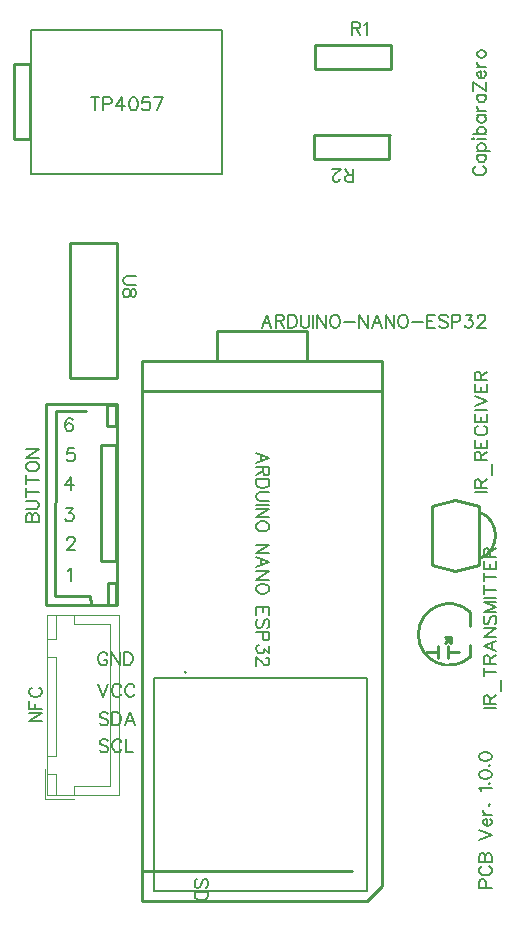
<source format=gto>
G04 Layer: TopSilkscreenLayer*
G04 EasyEDA v6.5.40, 2024-04-09 13:00:43*
G04 45367eb91e814c0fbe99eb78d241ce03,df7e7e3c38a3447abd37b529b333d242,10*
G04 Gerber Generator version 0.2*
G04 Scale: 100 percent, Rotated: No, Reflected: No *
G04 Dimensions in millimeters *
G04 leading zeros omitted , absolute positions ,4 integer and 5 decimal *
%FSLAX45Y45*%
%MOMM*%

%ADD10C,0.1524*%
%ADD11C,0.2540*%
%ADD12C,0.1200*%
%ADD13C,0.1600*%

%LPD*%
D10*
X2718815Y3057144D02*
G01*
X2609850Y3098800D01*
X2718815Y3057144D02*
G01*
X2609850Y3015742D01*
X2646172Y3083305D02*
G01*
X2646172Y3031236D01*
X2718815Y2981452D02*
G01*
X2609850Y2981452D01*
X2718815Y2981452D02*
G01*
X2718815Y2934715D01*
X2713736Y2918968D01*
X2708402Y2913887D01*
X2697988Y2908554D01*
X2687574Y2908554D01*
X2677159Y2913887D01*
X2672079Y2918968D01*
X2667000Y2934715D01*
X2667000Y2981452D01*
X2667000Y2945129D02*
G01*
X2609850Y2908554D01*
X2718815Y2874263D02*
G01*
X2609850Y2874263D01*
X2718815Y2874263D02*
G01*
X2718815Y2837942D01*
X2713736Y2822447D01*
X2703322Y2812034D01*
X2692908Y2806700D01*
X2677159Y2801620D01*
X2651252Y2801620D01*
X2635758Y2806700D01*
X2625343Y2812034D01*
X2614929Y2822447D01*
X2609850Y2837942D01*
X2609850Y2874263D01*
X2718815Y2767329D02*
G01*
X2640838Y2767329D01*
X2625343Y2762250D01*
X2614929Y2751836D01*
X2609850Y2736087D01*
X2609850Y2725673D01*
X2614929Y2710179D01*
X2625343Y2699765D01*
X2640838Y2694686D01*
X2718815Y2694686D01*
X2718815Y2660395D02*
G01*
X2609850Y2660395D01*
X2718815Y2626105D02*
G01*
X2609850Y2626105D01*
X2718815Y2626105D02*
G01*
X2609850Y2553207D01*
X2718815Y2553207D02*
G01*
X2609850Y2553207D01*
X2718815Y2487929D02*
G01*
X2713736Y2498089D01*
X2703322Y2508504D01*
X2692908Y2513837D01*
X2677159Y2518918D01*
X2651252Y2518918D01*
X2635758Y2513837D01*
X2625343Y2508504D01*
X2614929Y2498089D01*
X2609850Y2487929D01*
X2609850Y2467102D01*
X2614929Y2456687D01*
X2625343Y2446273D01*
X2635758Y2440939D01*
X2651252Y2435860D01*
X2677159Y2435860D01*
X2692908Y2440939D01*
X2703322Y2446273D01*
X2713736Y2456687D01*
X2718815Y2467102D01*
X2718815Y2487929D01*
X2718815Y2321560D02*
G01*
X2609850Y2321560D01*
X2718815Y2321560D02*
G01*
X2609850Y2248915D01*
X2718815Y2248915D02*
G01*
X2609850Y2248915D01*
X2718815Y2172970D02*
G01*
X2609850Y2214626D01*
X2718815Y2172970D02*
G01*
X2609850Y2131313D01*
X2646172Y2198878D02*
G01*
X2646172Y2147062D01*
X2718815Y2097023D02*
G01*
X2609850Y2097023D01*
X2718815Y2097023D02*
G01*
X2609850Y2024379D01*
X2718815Y2024379D02*
G01*
X2609850Y2024379D01*
X2718815Y1958847D02*
G01*
X2713736Y1969262D01*
X2703322Y1979676D01*
X2692908Y1985010D01*
X2677159Y1990089D01*
X2651252Y1990089D01*
X2635758Y1985010D01*
X2625343Y1979676D01*
X2614929Y1969262D01*
X2609850Y1958847D01*
X2609850Y1938020D01*
X2614929Y1927860D01*
X2625343Y1917445D01*
X2635758Y1912112D01*
X2651252Y1907031D01*
X2677159Y1907031D01*
X2692908Y1912112D01*
X2703322Y1917445D01*
X2713736Y1927860D01*
X2718815Y1938020D01*
X2718815Y1958847D01*
X2718815Y1792731D02*
G01*
X2609850Y1792731D01*
X2718815Y1792731D02*
G01*
X2718815Y1725168D01*
X2667000Y1792731D02*
G01*
X2667000Y1751076D01*
X2609850Y1792731D02*
G01*
X2609850Y1725168D01*
X2703322Y1617979D02*
G01*
X2713736Y1628394D01*
X2718815Y1644142D01*
X2718815Y1664970D01*
X2713736Y1680463D01*
X2703322Y1690878D01*
X2692908Y1690878D01*
X2682493Y1685544D01*
X2677159Y1680463D01*
X2672079Y1670050D01*
X2661665Y1638807D01*
X2656586Y1628394D01*
X2651252Y1623313D01*
X2640838Y1617979D01*
X2625343Y1617979D01*
X2614929Y1628394D01*
X2609850Y1644142D01*
X2609850Y1664970D01*
X2614929Y1680463D01*
X2625343Y1690878D01*
X2718815Y1583689D02*
G01*
X2609850Y1583689D01*
X2718815Y1583689D02*
G01*
X2718815Y1536954D01*
X2713736Y1521460D01*
X2708402Y1516379D01*
X2697988Y1511045D01*
X2682493Y1511045D01*
X2672079Y1516379D01*
X2667000Y1521460D01*
X2661665Y1536954D01*
X2661665Y1583689D01*
X2718815Y1466342D02*
G01*
X2718815Y1409192D01*
X2677159Y1440434D01*
X2677159Y1424939D01*
X2672079Y1414526D01*
X2667000Y1409192D01*
X2651252Y1404112D01*
X2640838Y1404112D01*
X2625343Y1409192D01*
X2614929Y1419605D01*
X2609850Y1435100D01*
X2609850Y1450847D01*
X2614929Y1466342D01*
X2620009Y1471676D01*
X2630424Y1476755D01*
X2692908Y1364487D02*
G01*
X2697988Y1364487D01*
X2708402Y1359407D01*
X2713736Y1354073D01*
X2718815Y1343660D01*
X2718815Y1323086D01*
X2713736Y1312671D01*
X2708402Y1307337D01*
X2697988Y1302257D01*
X2687574Y1302257D01*
X2677159Y1307337D01*
X2661665Y1317752D01*
X2609850Y1369821D01*
X2609850Y1296923D01*
X4469891Y5526278D02*
G01*
X4459477Y5520944D01*
X4449063Y5510529D01*
X4443984Y5500370D01*
X4443984Y5479542D01*
X4449063Y5469128D01*
X4459477Y5458713D01*
X4469891Y5453379D01*
X4485640Y5448300D01*
X4511547Y5448300D01*
X4527041Y5453379D01*
X4537456Y5458713D01*
X4547870Y5469128D01*
X4552950Y5479542D01*
X4552950Y5500370D01*
X4547870Y5510529D01*
X4537456Y5520944D01*
X4527041Y5526278D01*
X4480306Y5622797D02*
G01*
X4552950Y5622797D01*
X4495800Y5622797D02*
G01*
X4485640Y5612384D01*
X4480306Y5601970D01*
X4480306Y5586476D01*
X4485640Y5576062D01*
X4495800Y5565647D01*
X4511547Y5560568D01*
X4521961Y5560568D01*
X4537456Y5565647D01*
X4547870Y5576062D01*
X4552950Y5586476D01*
X4552950Y5601970D01*
X4547870Y5612384D01*
X4537456Y5622797D01*
X4480306Y5657087D02*
G01*
X4589525Y5657087D01*
X4495800Y5657087D02*
G01*
X4485640Y5667502D01*
X4480306Y5677915D01*
X4480306Y5693410D01*
X4485640Y5703823D01*
X4495800Y5714237D01*
X4511547Y5719571D01*
X4521961Y5719571D01*
X4537456Y5714237D01*
X4547870Y5703823D01*
X4552950Y5693410D01*
X4552950Y5677915D01*
X4547870Y5667502D01*
X4537456Y5657087D01*
X4443984Y5753862D02*
G01*
X4449063Y5758942D01*
X4443984Y5764276D01*
X4438650Y5758942D01*
X4443984Y5753862D01*
X4480306Y5758942D02*
G01*
X4552950Y5758942D01*
X4443984Y5798565D02*
G01*
X4552950Y5798565D01*
X4495800Y5798565D02*
G01*
X4485640Y5808979D01*
X4480306Y5819139D01*
X4480306Y5834887D01*
X4485640Y5845302D01*
X4495800Y5855715D01*
X4511547Y5860795D01*
X4521961Y5860795D01*
X4537456Y5855715D01*
X4547870Y5845302D01*
X4552950Y5834887D01*
X4552950Y5819139D01*
X4547870Y5808979D01*
X4537456Y5798565D01*
X4480306Y5957570D02*
G01*
X4552950Y5957570D01*
X4495800Y5957570D02*
G01*
X4485640Y5947155D01*
X4480306Y5936742D01*
X4480306Y5920994D01*
X4485640Y5910579D01*
X4495800Y5900420D01*
X4511547Y5895086D01*
X4521961Y5895086D01*
X4537456Y5900420D01*
X4547870Y5910579D01*
X4552950Y5920994D01*
X4552950Y5936742D01*
X4547870Y5947155D01*
X4537456Y5957570D01*
X4480306Y5991860D02*
G01*
X4552950Y5991860D01*
X4511547Y5991860D02*
G01*
X4495800Y5996939D01*
X4485640Y6007354D01*
X4480306Y6017768D01*
X4480306Y6033262D01*
X4480306Y6130036D02*
G01*
X4552950Y6130036D01*
X4495800Y6130036D02*
G01*
X4485640Y6119621D01*
X4480306Y6109207D01*
X4480306Y6093460D01*
X4485640Y6083300D01*
X4495800Y6072886D01*
X4511547Y6067552D01*
X4521961Y6067552D01*
X4537456Y6072886D01*
X4547870Y6083300D01*
X4552950Y6093460D01*
X4552950Y6109207D01*
X4547870Y6119621D01*
X4537456Y6130036D01*
X4443984Y6236970D02*
G01*
X4552950Y6164326D01*
X4443984Y6164326D02*
G01*
X4443984Y6236970D01*
X4552950Y6164326D02*
G01*
X4552950Y6236970D01*
X4511547Y6271260D02*
G01*
X4511547Y6333489D01*
X4501134Y6333489D01*
X4490720Y6328410D01*
X4485640Y6323329D01*
X4480306Y6312915D01*
X4480306Y6297168D01*
X4485640Y6286754D01*
X4495800Y6276339D01*
X4511547Y6271260D01*
X4521961Y6271260D01*
X4537456Y6276339D01*
X4547870Y6286754D01*
X4552950Y6297168D01*
X4552950Y6312915D01*
X4547870Y6323329D01*
X4537456Y6333489D01*
X4480306Y6367779D02*
G01*
X4552950Y6367779D01*
X4511547Y6367779D02*
G01*
X4495800Y6373113D01*
X4485640Y6383528D01*
X4480306Y6393942D01*
X4480306Y6409436D01*
X4480306Y6469634D02*
G01*
X4485640Y6459220D01*
X4495800Y6449060D01*
X4511547Y6443726D01*
X4521961Y6443726D01*
X4537456Y6449060D01*
X4547870Y6459220D01*
X4552950Y6469634D01*
X4552950Y6485381D01*
X4547870Y6495795D01*
X4537456Y6506210D01*
X4521961Y6511289D01*
X4511547Y6511289D01*
X4495800Y6506210D01*
X4485640Y6495795D01*
X4480306Y6485381D01*
X4480306Y6469634D01*
X1052829Y3376421D02*
G01*
X1047750Y3386836D01*
X1032255Y3391915D01*
X1021842Y3391915D01*
X1006094Y3386836D01*
X995679Y3371087D01*
X990600Y3345179D01*
X990600Y3319271D01*
X995679Y3298444D01*
X1006094Y3288029D01*
X1021842Y3282950D01*
X1026921Y3282950D01*
X1042670Y3288029D01*
X1052829Y3298444D01*
X1058163Y3313937D01*
X1058163Y3319271D01*
X1052829Y3334765D01*
X1042670Y3345179D01*
X1026921Y3350260D01*
X1021842Y3350260D01*
X1006094Y3345179D01*
X995679Y3334765D01*
X990600Y3319271D01*
X1001013Y2629915D02*
G01*
X1058163Y2629915D01*
X1026921Y2588260D01*
X1042670Y2588260D01*
X1052829Y2583179D01*
X1058163Y2578100D01*
X1063244Y2562352D01*
X1063244Y2551937D01*
X1058163Y2536444D01*
X1047750Y2526029D01*
X1032255Y2520950D01*
X1016507Y2520950D01*
X1001013Y2526029D01*
X995679Y2531110D01*
X990600Y2541523D01*
X1016000Y2101087D02*
G01*
X1026413Y2106421D01*
X1041907Y2121915D01*
X1041907Y2012950D01*
X1008379Y2362707D02*
G01*
X1008379Y2367787D01*
X1013713Y2378202D01*
X1018794Y2383536D01*
X1029207Y2388615D01*
X1050036Y2388615D01*
X1060450Y2383536D01*
X1065529Y2378202D01*
X1070863Y2367787D01*
X1070863Y2357373D01*
X1065529Y2346960D01*
X1055370Y2331465D01*
X1003300Y2279650D01*
X1075944Y2279650D01*
X1042670Y2896615D02*
G01*
X990600Y2823971D01*
X1068578Y2823971D01*
X1042670Y2896615D02*
G01*
X1042670Y2787650D01*
X1065529Y3137915D02*
G01*
X1013713Y3137915D01*
X1008379Y3091179D01*
X1013713Y3096260D01*
X1029207Y3101594D01*
X1044955Y3101594D01*
X1060450Y3096260D01*
X1070863Y3086100D01*
X1075944Y3070352D01*
X1075944Y3059937D01*
X1070863Y3044444D01*
X1060450Y3034029D01*
X1044955Y3028950D01*
X1029207Y3028950D01*
X1013713Y3034029D01*
X1008379Y3039110D01*
X1003300Y3049523D01*
X1347978Y1384807D02*
G01*
X1342644Y1395221D01*
X1332229Y1405636D01*
X1322070Y1410715D01*
X1301242Y1410715D01*
X1290828Y1405636D01*
X1280413Y1395221D01*
X1275079Y1384807D01*
X1270000Y1369060D01*
X1270000Y1343152D01*
X1275079Y1327657D01*
X1280413Y1317244D01*
X1290828Y1306829D01*
X1301242Y1301750D01*
X1322070Y1301750D01*
X1332229Y1306829D01*
X1342644Y1317244D01*
X1347978Y1327657D01*
X1347978Y1343152D01*
X1322070Y1343152D02*
G01*
X1347978Y1343152D01*
X1382268Y1410715D02*
G01*
X1382268Y1301750D01*
X1382268Y1410715D02*
G01*
X1454912Y1301750D01*
X1454912Y1410715D02*
G01*
X1454912Y1301750D01*
X1489202Y1410715D02*
G01*
X1489202Y1301750D01*
X1489202Y1410715D02*
G01*
X1525523Y1410715D01*
X1541271Y1405636D01*
X1551686Y1395221D01*
X1556765Y1384807D01*
X1562100Y1369060D01*
X1562100Y1343152D01*
X1556765Y1327657D01*
X1551686Y1317244D01*
X1541271Y1306829D01*
X1525523Y1301750D01*
X1489202Y1301750D01*
X1270000Y1144015D02*
G01*
X1311655Y1035050D01*
X1353057Y1144015D02*
G01*
X1311655Y1035050D01*
X1465326Y1118107D02*
G01*
X1460245Y1128521D01*
X1449831Y1138936D01*
X1439418Y1144015D01*
X1418589Y1144015D01*
X1408176Y1138936D01*
X1397762Y1128521D01*
X1392681Y1118107D01*
X1387347Y1102360D01*
X1387347Y1076452D01*
X1392681Y1060957D01*
X1397762Y1050544D01*
X1408176Y1040129D01*
X1418589Y1035050D01*
X1439418Y1035050D01*
X1449831Y1040129D01*
X1460245Y1050544D01*
X1465326Y1060957D01*
X1577594Y1118107D02*
G01*
X1572260Y1128521D01*
X1562100Y1138936D01*
X1551686Y1144015D01*
X1530857Y1144015D01*
X1520444Y1138936D01*
X1510029Y1128521D01*
X1504950Y1118107D01*
X1499615Y1102360D01*
X1499615Y1076452D01*
X1504950Y1060957D01*
X1510029Y1050544D01*
X1520444Y1040129D01*
X1530857Y1035050D01*
X1551686Y1035050D01*
X1562100Y1040129D01*
X1572260Y1050544D01*
X1577594Y1060957D01*
X1355344Y887221D02*
G01*
X1344929Y897636D01*
X1329436Y902715D01*
X1308607Y902715D01*
X1293113Y897636D01*
X1282700Y887221D01*
X1282700Y876807D01*
X1287779Y866394D01*
X1293113Y861060D01*
X1303528Y855979D01*
X1334770Y845565D01*
X1344929Y840486D01*
X1350263Y835152D01*
X1355344Y824737D01*
X1355344Y809244D01*
X1344929Y798829D01*
X1329436Y793750D01*
X1308607Y793750D01*
X1293113Y798829D01*
X1282700Y809244D01*
X1389634Y902715D02*
G01*
X1389634Y793750D01*
X1389634Y902715D02*
G01*
X1426210Y902715D01*
X1441704Y897636D01*
X1452118Y887221D01*
X1457197Y876807D01*
X1462531Y861060D01*
X1462531Y835152D01*
X1457197Y819657D01*
X1452118Y809244D01*
X1441704Y798829D01*
X1426210Y793750D01*
X1389634Y793750D01*
X1538223Y902715D02*
G01*
X1496821Y793750D01*
X1538223Y902715D02*
G01*
X1579879Y793750D01*
X1512315Y830071D02*
G01*
X1564386Y830071D01*
X1355344Y658621D02*
G01*
X1344929Y669036D01*
X1329436Y674115D01*
X1308607Y674115D01*
X1293113Y669036D01*
X1282700Y658621D01*
X1282700Y648207D01*
X1287779Y637794D01*
X1293113Y632460D01*
X1303528Y627379D01*
X1334770Y616965D01*
X1344929Y611886D01*
X1350263Y606552D01*
X1355344Y596137D01*
X1355344Y580644D01*
X1344929Y570229D01*
X1329436Y565150D01*
X1308607Y565150D01*
X1293113Y570229D01*
X1282700Y580644D01*
X1467612Y648207D02*
G01*
X1462531Y658621D01*
X1452118Y669036D01*
X1441704Y674115D01*
X1420876Y674115D01*
X1410462Y669036D01*
X1400047Y658621D01*
X1394968Y648207D01*
X1389634Y632460D01*
X1389634Y606552D01*
X1394968Y591057D01*
X1400047Y580644D01*
X1410462Y570229D01*
X1420876Y565150D01*
X1441704Y565150D01*
X1452118Y570229D01*
X1462531Y580644D01*
X1467612Y591057D01*
X1501902Y674115D02*
G01*
X1501902Y565150D01*
X1501902Y565150D02*
G01*
X1564386Y565150D01*
X4494784Y-584200D02*
G01*
X4603750Y-584200D01*
X4494784Y-584200D02*
G01*
X4494784Y-537463D01*
X4499863Y-521970D01*
X4505197Y-516636D01*
X4515611Y-511555D01*
X4531106Y-511555D01*
X4541520Y-516636D01*
X4546600Y-521970D01*
X4551934Y-537463D01*
X4551934Y-584200D01*
X4520691Y-399287D02*
G01*
X4510277Y-404368D01*
X4499863Y-414781D01*
X4494784Y-425195D01*
X4494784Y-446023D01*
X4499863Y-456437D01*
X4510277Y-466852D01*
X4520691Y-471931D01*
X4536440Y-477265D01*
X4562347Y-477265D01*
X4577841Y-471931D01*
X4588256Y-466852D01*
X4598670Y-456437D01*
X4603750Y-446023D01*
X4603750Y-425195D01*
X4598670Y-414781D01*
X4588256Y-404368D01*
X4577841Y-399287D01*
X4494784Y-364997D02*
G01*
X4603750Y-364997D01*
X4494784Y-364997D02*
G01*
X4494784Y-318262D01*
X4499863Y-302513D01*
X4505197Y-297434D01*
X4515611Y-292100D01*
X4526025Y-292100D01*
X4536440Y-297434D01*
X4541520Y-302513D01*
X4546600Y-318262D01*
X4546600Y-364997D02*
G01*
X4546600Y-318262D01*
X4551934Y-302513D01*
X4557013Y-297434D01*
X4567427Y-292100D01*
X4583175Y-292100D01*
X4593590Y-297434D01*
X4598670Y-302513D01*
X4603750Y-318262D01*
X4603750Y-364997D01*
X4494784Y-177800D02*
G01*
X4603750Y-136397D01*
X4494784Y-94742D02*
G01*
X4603750Y-136397D01*
X4562347Y-60452D02*
G01*
X4562347Y1778D01*
X4551934Y1778D01*
X4541520Y-3302D01*
X4536440Y-8636D01*
X4531106Y-19050D01*
X4531106Y-34544D01*
X4536440Y-44957D01*
X4546600Y-55371D01*
X4562347Y-60452D01*
X4572761Y-60452D01*
X4588256Y-55371D01*
X4598670Y-44957D01*
X4603750Y-34544D01*
X4603750Y-19050D01*
X4598670Y-8636D01*
X4588256Y1778D01*
X4531106Y36068D02*
G01*
X4603750Y36068D01*
X4562347Y36068D02*
G01*
X4546600Y41402D01*
X4536440Y51815D01*
X4531106Y62229D01*
X4531106Y77723D01*
X4577841Y117094D02*
G01*
X4583175Y112013D01*
X4588256Y117094D01*
X4583175Y122428D01*
X4577841Y117094D01*
X4515611Y236728D02*
G01*
X4510277Y247142D01*
X4494784Y262636D01*
X4603750Y262636D01*
X4577841Y302260D02*
G01*
X4583175Y296926D01*
X4588256Y302260D01*
X4583175Y307339D01*
X4577841Y302260D01*
X4494784Y372871D02*
G01*
X4499863Y357123D01*
X4515611Y346710D01*
X4541520Y341629D01*
X4557013Y341629D01*
X4583175Y346710D01*
X4598670Y357123D01*
X4603750Y372871D01*
X4603750Y383286D01*
X4598670Y398779D01*
X4583175Y409194D01*
X4557013Y414273D01*
X4541520Y414273D01*
X4515611Y409194D01*
X4499863Y398779D01*
X4494784Y383286D01*
X4494784Y372871D01*
X4577841Y453897D02*
G01*
X4583175Y448563D01*
X4588256Y453897D01*
X4583175Y458978D01*
X4577841Y453897D01*
X4494784Y524510D02*
G01*
X4499863Y509015D01*
X4515611Y498602D01*
X4541520Y493268D01*
X4557013Y493268D01*
X4583175Y498602D01*
X4598670Y509015D01*
X4603750Y524510D01*
X4603750Y534923D01*
X4598670Y550418D01*
X4583175Y560831D01*
X4557013Y566165D01*
X4541520Y566165D01*
X4515611Y560831D01*
X4499863Y550418D01*
X4494784Y534923D01*
X4494784Y524510D01*
X2695956Y4268215D02*
G01*
X2654300Y4159250D01*
X2695956Y4268215D02*
G01*
X2737358Y4159250D01*
X2669793Y4195571D02*
G01*
X2721863Y4195571D01*
X2771647Y4268215D02*
G01*
X2771647Y4159250D01*
X2771647Y4268215D02*
G01*
X2818384Y4268215D01*
X2834131Y4263136D01*
X2839211Y4257802D01*
X2844545Y4247387D01*
X2844545Y4236973D01*
X2839211Y4226560D01*
X2834131Y4221479D01*
X2818384Y4216400D01*
X2771647Y4216400D01*
X2807970Y4216400D02*
G01*
X2844545Y4159250D01*
X2878836Y4268215D02*
G01*
X2878836Y4159250D01*
X2878836Y4268215D02*
G01*
X2915158Y4268215D01*
X2930652Y4263136D01*
X2941065Y4252721D01*
X2946400Y4242307D01*
X2951479Y4226560D01*
X2951479Y4200652D01*
X2946400Y4185157D01*
X2941065Y4174744D01*
X2930652Y4164329D01*
X2915158Y4159250D01*
X2878836Y4159250D01*
X2985770Y4268215D02*
G01*
X2985770Y4190237D01*
X2990850Y4174744D01*
X3001263Y4164329D01*
X3017011Y4159250D01*
X3027425Y4159250D01*
X3042920Y4164329D01*
X3053334Y4174744D01*
X3058413Y4190237D01*
X3058413Y4268215D01*
X3092704Y4268215D02*
G01*
X3092704Y4159250D01*
X3126993Y4268215D02*
G01*
X3126993Y4159250D01*
X3126993Y4268215D02*
G01*
X3199891Y4159250D01*
X3199891Y4268215D02*
G01*
X3199891Y4159250D01*
X3265170Y4268215D02*
G01*
X3255009Y4263136D01*
X3244595Y4252721D01*
X3239261Y4242307D01*
X3234181Y4226560D01*
X3234181Y4200652D01*
X3239261Y4185157D01*
X3244595Y4174744D01*
X3255009Y4164329D01*
X3265170Y4159250D01*
X3285997Y4159250D01*
X3296411Y4164329D01*
X3306825Y4174744D01*
X3312159Y4185157D01*
X3317240Y4200652D01*
X3317240Y4226560D01*
X3312159Y4242307D01*
X3306825Y4252721D01*
X3296411Y4263136D01*
X3285997Y4268215D01*
X3265170Y4268215D01*
X3351529Y4205986D02*
G01*
X3445002Y4205986D01*
X3479291Y4268215D02*
G01*
X3479291Y4159250D01*
X3479291Y4268215D02*
G01*
X3552190Y4159250D01*
X3552190Y4268215D02*
G01*
X3552190Y4159250D01*
X3627881Y4268215D02*
G01*
X3586479Y4159250D01*
X3627881Y4268215D02*
G01*
X3669538Y4159250D01*
X3601974Y4195571D02*
G01*
X3653790Y4195571D01*
X3703827Y4268215D02*
G01*
X3703827Y4159250D01*
X3703827Y4268215D02*
G01*
X3776472Y4159250D01*
X3776472Y4268215D02*
G01*
X3776472Y4159250D01*
X3842004Y4268215D02*
G01*
X3831590Y4263136D01*
X3821175Y4252721D01*
X3816095Y4242307D01*
X3810761Y4226560D01*
X3810761Y4200652D01*
X3816095Y4185157D01*
X3821175Y4174744D01*
X3831590Y4164329D01*
X3842004Y4159250D01*
X3862831Y4159250D01*
X3873245Y4164329D01*
X3883659Y4174744D01*
X3888740Y4185157D01*
X3893820Y4200652D01*
X3893820Y4226560D01*
X3888740Y4242307D01*
X3883659Y4252721D01*
X3873245Y4263136D01*
X3862831Y4268215D01*
X3842004Y4268215D01*
X3928109Y4205986D02*
G01*
X4021836Y4205986D01*
X4056125Y4268215D02*
G01*
X4056125Y4159250D01*
X4056125Y4268215D02*
G01*
X4123690Y4268215D01*
X4056125Y4216400D02*
G01*
X4097527Y4216400D01*
X4056125Y4159250D02*
G01*
X4123690Y4159250D01*
X4230624Y4252721D02*
G01*
X4220209Y4263136D01*
X4204715Y4268215D01*
X4183888Y4268215D01*
X4168140Y4263136D01*
X4157979Y4252721D01*
X4157979Y4242307D01*
X4163059Y4231894D01*
X4168140Y4226560D01*
X4178554Y4221479D01*
X4209795Y4211065D01*
X4220209Y4205986D01*
X4225290Y4200652D01*
X4230624Y4190237D01*
X4230624Y4174744D01*
X4220209Y4164329D01*
X4204715Y4159250D01*
X4183888Y4159250D01*
X4168140Y4164329D01*
X4157979Y4174744D01*
X4264913Y4268215D02*
G01*
X4264913Y4159250D01*
X4264913Y4268215D02*
G01*
X4311650Y4268215D01*
X4327143Y4263136D01*
X4332477Y4257802D01*
X4337558Y4247387D01*
X4337558Y4231894D01*
X4332477Y4221479D01*
X4327143Y4216400D01*
X4311650Y4211065D01*
X4264913Y4211065D01*
X4382261Y4268215D02*
G01*
X4439411Y4268215D01*
X4408170Y4226560D01*
X4423918Y4226560D01*
X4434331Y4221479D01*
X4439411Y4216400D01*
X4444745Y4200652D01*
X4444745Y4190237D01*
X4439411Y4174744D01*
X4428997Y4164329D01*
X4413504Y4159250D01*
X4398009Y4159250D01*
X4382261Y4164329D01*
X4377181Y4169410D01*
X4371847Y4179823D01*
X4484115Y4242307D02*
G01*
X4484115Y4247387D01*
X4489450Y4257802D01*
X4494529Y4263136D01*
X4504943Y4268215D01*
X4525772Y4268215D01*
X4536186Y4263136D01*
X4541265Y4257802D01*
X4546600Y4247387D01*
X4546600Y4236973D01*
X4541265Y4226560D01*
X4530852Y4211065D01*
X4479036Y4159250D01*
X4551679Y4159250D01*
X659384Y2514600D02*
G01*
X768350Y2514600D01*
X659384Y2514600D02*
G01*
X659384Y2561336D01*
X664463Y2576829D01*
X669797Y2582163D01*
X680212Y2587244D01*
X690626Y2587244D01*
X701039Y2582163D01*
X706120Y2576829D01*
X711200Y2561336D01*
X711200Y2514600D02*
G01*
X711200Y2561336D01*
X716534Y2576829D01*
X721613Y2582163D01*
X732028Y2587244D01*
X747776Y2587244D01*
X758189Y2582163D01*
X763270Y2576829D01*
X768350Y2561336D01*
X768350Y2514600D01*
X659384Y2621534D02*
G01*
X737362Y2621534D01*
X752855Y2626868D01*
X763270Y2637281D01*
X768350Y2652776D01*
X768350Y2663189D01*
X763270Y2678684D01*
X752855Y2689097D01*
X737362Y2694431D01*
X659384Y2694431D01*
X659384Y2765044D02*
G01*
X768350Y2765044D01*
X659384Y2728721D02*
G01*
X659384Y2801365D01*
X659384Y2871978D02*
G01*
X768350Y2871978D01*
X659384Y2835655D02*
G01*
X659384Y2908300D01*
X659384Y2973831D02*
G01*
X664463Y2963418D01*
X674878Y2953004D01*
X685292Y2947923D01*
X701039Y2942589D01*
X726947Y2942589D01*
X742442Y2947923D01*
X752855Y2953004D01*
X763270Y2963418D01*
X768350Y2973831D01*
X768350Y2994660D01*
X763270Y3005073D01*
X752855Y3015487D01*
X742442Y3020568D01*
X726947Y3025902D01*
X701039Y3025902D01*
X685292Y3020568D01*
X674878Y3015487D01*
X664463Y3005073D01*
X659384Y2994660D01*
X659384Y2973831D01*
X659384Y3060192D02*
G01*
X768350Y3060192D01*
X659384Y3060192D02*
G01*
X768350Y3132836D01*
X659384Y3132836D02*
G01*
X768350Y3132836D01*
X4456684Y2768600D02*
G01*
X4565650Y2768600D01*
X4456684Y2802889D02*
G01*
X4565650Y2802889D01*
X4456684Y2802889D02*
G01*
X4456684Y2849626D01*
X4461763Y2865120D01*
X4467097Y2870454D01*
X4477511Y2875534D01*
X4487925Y2875534D01*
X4498340Y2870454D01*
X4503420Y2865120D01*
X4508500Y2849626D01*
X4508500Y2802889D01*
X4508500Y2839212D02*
G01*
X4565650Y2875534D01*
X4602225Y2909823D02*
G01*
X4602225Y3003550D01*
X4456684Y3037839D02*
G01*
X4565650Y3037839D01*
X4456684Y3037839D02*
G01*
X4456684Y3084576D01*
X4461763Y3100070D01*
X4467097Y3105150D01*
X4477511Y3110484D01*
X4487925Y3110484D01*
X4498340Y3105150D01*
X4503420Y3100070D01*
X4508500Y3084576D01*
X4508500Y3037839D01*
X4508500Y3074162D02*
G01*
X4565650Y3110484D01*
X4456684Y3144773D02*
G01*
X4565650Y3144773D01*
X4456684Y3144773D02*
G01*
X4456684Y3212337D01*
X4508500Y3144773D02*
G01*
X4508500Y3186429D01*
X4565650Y3144773D02*
G01*
X4565650Y3212337D01*
X4482591Y3324605D02*
G01*
X4472177Y3319271D01*
X4461763Y3308857D01*
X4456684Y3298444D01*
X4456684Y3277870D01*
X4461763Y3267455D01*
X4472177Y3257042D01*
X4482591Y3251707D01*
X4498340Y3246628D01*
X4524247Y3246628D01*
X4539741Y3251707D01*
X4550156Y3257042D01*
X4560570Y3267455D01*
X4565650Y3277870D01*
X4565650Y3298444D01*
X4560570Y3308857D01*
X4550156Y3319271D01*
X4539741Y3324605D01*
X4456684Y3358895D02*
G01*
X4565650Y3358895D01*
X4456684Y3358895D02*
G01*
X4456684Y3426460D01*
X4508500Y3358895D02*
G01*
X4508500Y3400297D01*
X4565650Y3358895D02*
G01*
X4565650Y3426460D01*
X4456684Y3460750D02*
G01*
X4565650Y3460750D01*
X4456684Y3495039D02*
G01*
X4565650Y3536442D01*
X4456684Y3578097D02*
G01*
X4565650Y3536442D01*
X4456684Y3612387D02*
G01*
X4565650Y3612387D01*
X4456684Y3612387D02*
G01*
X4456684Y3679952D01*
X4508500Y3612387D02*
G01*
X4508500Y3653789D01*
X4565650Y3612387D02*
G01*
X4565650Y3679952D01*
X4456684Y3714242D02*
G01*
X4565650Y3714242D01*
X4456684Y3714242D02*
G01*
X4456684Y3760978D01*
X4461763Y3776471D01*
X4467097Y3781805D01*
X4477511Y3786886D01*
X4487925Y3786886D01*
X4498340Y3781805D01*
X4503420Y3776471D01*
X4508500Y3760978D01*
X4508500Y3714242D01*
X4508500Y3750563D02*
G01*
X4565650Y3786886D01*
X4532884Y939800D02*
G01*
X4641850Y939800D01*
X4532884Y974089D02*
G01*
X4641850Y974089D01*
X4532884Y974089D02*
G01*
X4532884Y1020826D01*
X4537963Y1036320D01*
X4543297Y1041654D01*
X4553711Y1046734D01*
X4564125Y1046734D01*
X4574540Y1041654D01*
X4579620Y1036320D01*
X4584700Y1020826D01*
X4584700Y974089D01*
X4584700Y1010412D02*
G01*
X4641850Y1046734D01*
X4678425Y1081023D02*
G01*
X4678425Y1174750D01*
X4532884Y1245362D02*
G01*
X4641850Y1245362D01*
X4532884Y1209039D02*
G01*
X4532884Y1281684D01*
X4532884Y1315973D02*
G01*
X4641850Y1315973D01*
X4532884Y1315973D02*
G01*
X4532884Y1362710D01*
X4537963Y1378204D01*
X4543297Y1383537D01*
X4553711Y1388618D01*
X4564125Y1388618D01*
X4574540Y1383537D01*
X4579620Y1378204D01*
X4584700Y1362710D01*
X4584700Y1315973D01*
X4584700Y1352295D02*
G01*
X4641850Y1388618D01*
X4532884Y1464563D02*
G01*
X4641850Y1422907D01*
X4532884Y1464563D02*
G01*
X4641850Y1506220D01*
X4605527Y1438655D02*
G01*
X4605527Y1490471D01*
X4532884Y1540510D02*
G01*
X4641850Y1540510D01*
X4532884Y1540510D02*
G01*
X4641850Y1613154D01*
X4532884Y1613154D02*
G01*
X4641850Y1613154D01*
X4548377Y1720087D02*
G01*
X4537963Y1709673D01*
X4532884Y1694179D01*
X4532884Y1673352D01*
X4537963Y1657857D01*
X4548377Y1647444D01*
X4558791Y1647444D01*
X4569206Y1652523D01*
X4574540Y1657857D01*
X4579620Y1668271D01*
X4590034Y1699260D01*
X4595113Y1709673D01*
X4600447Y1715007D01*
X4610861Y1720087D01*
X4626356Y1720087D01*
X4636770Y1709673D01*
X4641850Y1694179D01*
X4641850Y1673352D01*
X4636770Y1657857D01*
X4626356Y1647444D01*
X4532884Y1754378D02*
G01*
X4641850Y1754378D01*
X4532884Y1754378D02*
G01*
X4641850Y1796034D01*
X4532884Y1837689D02*
G01*
X4641850Y1796034D01*
X4532884Y1837689D02*
G01*
X4641850Y1837689D01*
X4532884Y1871979D02*
G01*
X4641850Y1871979D01*
X4532884Y1942592D02*
G01*
X4641850Y1942592D01*
X4532884Y1906270D02*
G01*
X4532884Y1978913D01*
X4532884Y2049526D02*
G01*
X4641850Y2049526D01*
X4532884Y2013204D02*
G01*
X4532884Y2085847D01*
X4532884Y2120137D02*
G01*
X4641850Y2120137D01*
X4532884Y2120137D02*
G01*
X4532884Y2187702D01*
X4584700Y2120137D02*
G01*
X4584700Y2161794D01*
X4641850Y2120137D02*
G01*
X4641850Y2187702D01*
X4532884Y2221992D02*
G01*
X4641850Y2221992D01*
X4532884Y2221992D02*
G01*
X4532884Y2268728D01*
X4537963Y2284476D01*
X4543297Y2289555D01*
X4553711Y2294889D01*
X4564125Y2294889D01*
X4574540Y2289555D01*
X4579620Y2284476D01*
X4584700Y2268728D01*
X4584700Y2221992D01*
X4584700Y2258313D02*
G01*
X4641850Y2294889D01*
X684784Y825500D02*
G01*
X793750Y825500D01*
X684784Y825500D02*
G01*
X793750Y898144D01*
X684784Y898144D02*
G01*
X793750Y898144D01*
X684784Y932434D02*
G01*
X793750Y932434D01*
X684784Y932434D02*
G01*
X684784Y999997D01*
X736600Y932434D02*
G01*
X736600Y974089D01*
X710692Y1112265D02*
G01*
X700278Y1107186D01*
X689863Y1096771D01*
X684784Y1086357D01*
X684784Y1065529D01*
X689863Y1055115D01*
X700278Y1044702D01*
X710692Y1039621D01*
X726439Y1034287D01*
X752347Y1034287D01*
X767842Y1039621D01*
X778255Y1044702D01*
X788670Y1055115D01*
X793750Y1065529D01*
X793750Y1086357D01*
X788670Y1096771D01*
X778255Y1107186D01*
X767842Y1112265D01*
X2180488Y-582929D02*
G01*
X2190902Y-572515D01*
X2196236Y-556768D01*
X2196236Y-536194D01*
X2190902Y-520445D01*
X2180488Y-510031D01*
X2170328Y-510031D01*
X2159914Y-515365D01*
X2154580Y-520445D01*
X2149500Y-530860D01*
X2139086Y-562102D01*
X2133752Y-572515D01*
X2128672Y-577595D01*
X2118258Y-582929D01*
X2102764Y-582929D01*
X2092350Y-572515D01*
X2087016Y-556768D01*
X2087016Y-536194D01*
X2092350Y-520445D01*
X2102764Y-510031D01*
X2196236Y-617220D02*
G01*
X2087016Y-617220D01*
X2196236Y-617220D02*
G01*
X2196236Y-653542D01*
X2190902Y-669036D01*
X2180488Y-679450D01*
X2170328Y-684784D01*
X2154580Y-689863D01*
X2128672Y-689863D01*
X2113178Y-684784D01*
X2102764Y-679450D01*
X2092350Y-669036D01*
X2087016Y-653542D01*
X2087016Y-617220D01*
X1242821Y6109715D02*
G01*
X1242821Y6000750D01*
X1206500Y6109715D02*
G01*
X1279144Y6109715D01*
X1313434Y6109715D02*
G01*
X1313434Y6000750D01*
X1313434Y6109715D02*
G01*
X1360170Y6109715D01*
X1375918Y6104636D01*
X1380997Y6099302D01*
X1386331Y6088887D01*
X1386331Y6073394D01*
X1380997Y6062979D01*
X1375918Y6057900D01*
X1360170Y6052565D01*
X1313434Y6052565D01*
X1472437Y6109715D02*
G01*
X1420621Y6037071D01*
X1498600Y6037071D01*
X1472437Y6109715D02*
G01*
X1472437Y6000750D01*
X1563878Y6109715D02*
G01*
X1548384Y6104636D01*
X1537970Y6088887D01*
X1532889Y6062979D01*
X1532889Y6047486D01*
X1537970Y6021323D01*
X1548384Y6005829D01*
X1563878Y6000750D01*
X1574292Y6000750D01*
X1590039Y6005829D01*
X1600200Y6021323D01*
X1605534Y6047486D01*
X1605534Y6062979D01*
X1600200Y6088887D01*
X1590039Y6104636D01*
X1574292Y6109715D01*
X1563878Y6109715D01*
X1702054Y6109715D02*
G01*
X1650237Y6109715D01*
X1644904Y6062979D01*
X1650237Y6068060D01*
X1665731Y6073394D01*
X1681479Y6073394D01*
X1696973Y6068060D01*
X1707387Y6057900D01*
X1712468Y6042152D01*
X1712468Y6031737D01*
X1707387Y6016244D01*
X1696973Y6005829D01*
X1681479Y6000750D01*
X1665731Y6000750D01*
X1650237Y6005829D01*
X1644904Y6010910D01*
X1639823Y6021323D01*
X1819655Y6109715D02*
G01*
X1767586Y6000750D01*
X1746757Y6109715D02*
G01*
X1819655Y6109715D01*
X3416300Y6744715D02*
G01*
X3416300Y6635750D01*
X3416300Y6744715D02*
G01*
X3463036Y6744715D01*
X3478529Y6739636D01*
X3483863Y6734302D01*
X3488943Y6723887D01*
X3488943Y6713473D01*
X3483863Y6703060D01*
X3478529Y6697979D01*
X3463036Y6692900D01*
X3416300Y6692900D01*
X3452622Y6692900D02*
G01*
X3488943Y6635750D01*
X3523234Y6723887D02*
G01*
X3533647Y6729221D01*
X3549395Y6744715D01*
X3549395Y6635750D01*
X3429000Y5396484D02*
G01*
X3429000Y5505450D01*
X3429000Y5396484D02*
G01*
X3382263Y5396484D01*
X3366770Y5401563D01*
X3361436Y5406897D01*
X3356356Y5417312D01*
X3356356Y5427726D01*
X3361436Y5438139D01*
X3366770Y5443220D01*
X3382263Y5448300D01*
X3429000Y5448300D01*
X3392677Y5448300D02*
G01*
X3356356Y5505450D01*
X3316731Y5422392D02*
G01*
X3316731Y5417312D01*
X3311652Y5406897D01*
X3306318Y5401563D01*
X3295904Y5396484D01*
X3275329Y5396484D01*
X3264915Y5401563D01*
X3259581Y5406897D01*
X3254502Y5417312D01*
X3254502Y5427726D01*
X3259581Y5438139D01*
X3269995Y5453634D01*
X3322065Y5505450D01*
X3249168Y5505450D01*
X1588515Y4597400D02*
G01*
X1510537Y4597400D01*
X1495044Y4592320D01*
X1484629Y4581905D01*
X1479550Y4566157D01*
X1479550Y4555744D01*
X1484629Y4540250D01*
X1495044Y4529836D01*
X1510537Y4524755D01*
X1588515Y4524755D01*
X1588515Y4464304D02*
G01*
X1583436Y4480052D01*
X1573021Y4485131D01*
X1562607Y4485131D01*
X1552194Y4480052D01*
X1546860Y4469637D01*
X1541779Y4448810D01*
X1536700Y4433315D01*
X1526286Y4422902D01*
X1515871Y4417568D01*
X1500123Y4417568D01*
X1489710Y4422902D01*
X1484629Y4427981D01*
X1479550Y4443729D01*
X1479550Y4464304D01*
X1484629Y4480052D01*
X1489710Y4485131D01*
X1500123Y4490465D01*
X1515871Y4490465D01*
X1526286Y4485131D01*
X1536700Y4474718D01*
X1541779Y4459223D01*
X1546860Y4438395D01*
X1552194Y4427981D01*
X1562607Y4422902D01*
X1573021Y4422902D01*
X1583436Y4427981D01*
X1588515Y4443729D01*
X1588515Y4464304D01*
D11*
X3670300Y-190500D02*
G01*
X3670300Y-571500D01*
X3543300Y-698500D01*
X1638300Y-698500D01*
X1638300Y3873500D01*
X3670300Y3873500D01*
X3670300Y-190500D01*
X3416300Y-444500D02*
G01*
X1638300Y-444500D01*
X1638300Y3619500D01*
X3670300Y3619500D01*
X3670300Y-190500D01*
X3035300Y3873500D02*
G01*
X3035300Y4127500D01*
X2273300Y4127500D01*
X2273300Y3873500D01*
X1168400Y3454400D02*
G01*
X1168400Y3454400D01*
X914400Y3454400D01*
X902411Y1891029D01*
X1203756Y1891029D01*
X1206931Y1822678D01*
X831850Y1810410D02*
G01*
X831850Y3510406D01*
X1426641Y3510406D01*
X1426641Y1810410D01*
X831850Y1810410D01*
X1350670Y1815261D02*
G01*
X1350670Y1995170D01*
X1424762Y1995170D01*
X1424762Y1815261D01*
X1350670Y1815261D01*
X1295400Y2184400D02*
G01*
X1295400Y3164408D01*
X1421079Y3164408D01*
X1421079Y2184400D01*
X1295400Y2184400D01*
X1348409Y3327400D02*
G01*
X1348409Y3507308D01*
X1422501Y3507308D01*
X1422501Y3327400D01*
X1348409Y3327400D01*
X4495800Y2151379D02*
G01*
X4295140Y2100579D01*
X4295140Y2100579D02*
G01*
X4094479Y2151379D01*
X4094479Y2151379D02*
G01*
X4094479Y2649220D01*
X4094479Y2649220D02*
G01*
X4295140Y2700020D01*
X4295140Y2700020D02*
G01*
X4495800Y2649220D01*
X4495800Y2649220D02*
G01*
X4495800Y2600960D01*
X4495800Y2600960D02*
G01*
X4495800Y2199639D01*
X4495800Y2199639D02*
G01*
X4495800Y2151379D01*
X4150359Y1463039D02*
G01*
X4150359Y1412239D01*
X4150359Y1361439D01*
X4229100Y1463039D02*
G01*
X4229100Y1412239D01*
X4229100Y1361439D01*
X4229100Y1412239D02*
G01*
X4328159Y1412239D01*
X4048759Y1412239D02*
G01*
X4150359Y1412239D01*
X4208779Y1490979D02*
G01*
X4259579Y1541779D01*
X4208779Y1541779D01*
X4259579Y1490979D01*
X4259579Y1541779D01*
X4419600Y1752600D02*
G01*
X4419600Y1633220D01*
X4419600Y1371600D02*
G01*
X4419600Y1473200D01*
D12*
X838200Y1524000D02*
G01*
X914400Y1524000D01*
X914400Y1727200D01*
X838200Y1727200D01*
X838200Y1524000D01*
X914400Y203200D02*
G01*
X838200Y203200D01*
X838200Y381000D01*
X914400Y381000D01*
X914400Y203200D01*
X1447800Y203200D01*
X1447800Y1727200D01*
X838200Y1727200D01*
X838200Y203200D01*
X838200Y533400D02*
G01*
X914400Y533400D01*
X914400Y1371600D01*
X838200Y1371600D01*
X838200Y533400D01*
X1066800Y203200D02*
G01*
X1066800Y279400D01*
X1371600Y279400D01*
X1371600Y1651000D01*
X1066800Y1651000D01*
X1066800Y1727200D01*
X817118Y422147D02*
G01*
X817118Y172212D01*
X1067307Y172212D01*
D10*
X3544216Y1194716D02*
G01*
X3544216Y-610519D01*
X1738980Y-610519D01*
X1738980Y1194716D01*
X3544216Y1194716D01*
X703681Y6678218D02*
G01*
X2318918Y6678218D01*
X2318918Y5462981D01*
X703681Y5462981D01*
X703681Y6678218D01*
D11*
X555294Y6388100D02*
G01*
X689305Y6388100D01*
X689305Y5753100D01*
X555294Y5753100D01*
X555294Y6388100D01*
X3738199Y6349997D02*
G01*
X3108197Y6349997D01*
X3749040Y6550657D02*
G01*
X3749040Y6350662D01*
X3108959Y6550660D02*
G01*
X3738961Y6550660D01*
X3108959Y6352537D02*
G01*
X3108959Y6552539D01*
X3107100Y5791202D02*
G01*
X3737102Y5791202D01*
X3096259Y5590542D02*
G01*
X3096259Y5790537D01*
X3736340Y5590539D02*
G01*
X3106338Y5590539D01*
X3736340Y5788662D02*
G01*
X3736340Y5588660D01*
X1431899Y4876292D02*
G01*
X1431899Y3734307D01*
X1031900Y4876292D02*
G01*
X1031900Y3734307D01*
X1431899Y4876800D02*
G01*
X1031900Y4876800D01*
X1431899Y3734307D02*
G01*
X1031900Y3734307D01*
G75*
G01*
X4495259Y2200181D02*
G03*
X4495259Y2600180I-75041J200000D01*
G75*
G01*
X4419600Y1371600D02*
G02*
X4419600Y1752600I-177798J190500D01*
D13*
G75*
G01
X2014601Y1242720D02*
G03X2014601Y1242720I-8001J0D01*
M02*

</source>
